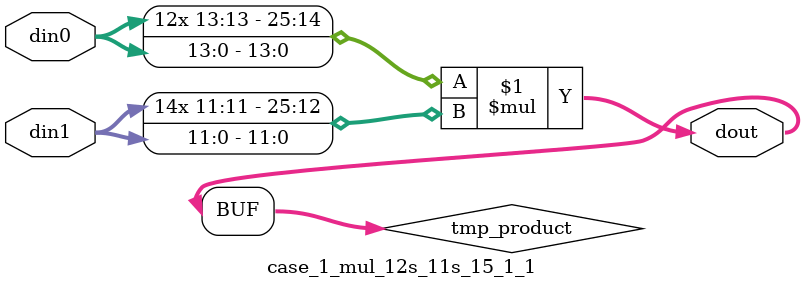
<source format=v>

`timescale 1 ns / 1 ps

 module case_1_mul_12s_11s_15_1_1(din0, din1, dout);
parameter ID = 1;
parameter NUM_STAGE = 0;
parameter din0_WIDTH = 14;
parameter din1_WIDTH = 12;
parameter dout_WIDTH = 26;

input [din0_WIDTH - 1 : 0] din0; 
input [din1_WIDTH - 1 : 0] din1; 
output [dout_WIDTH - 1 : 0] dout;

wire signed [dout_WIDTH - 1 : 0] tmp_product;



























assign tmp_product = $signed(din0) * $signed(din1);








assign dout = tmp_product;





















endmodule

</source>
